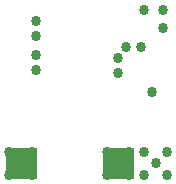
<source format=gbs>
G75*
%MOIN*%
%OFA0B0*%
%FSLAX25Y25*%
%IPPOS*%
%LPD*%
%AMOC8*
5,1,8,0,0,1.08239X$1,22.5*
%
%ADD10C,0.00300*%
%ADD11C,0.03378*%
D10*
X0004064Y0003800D02*
X0004064Y0013800D01*
X0014064Y0013800D01*
X0014064Y0003800D01*
X0004064Y0003800D01*
X0004064Y0003987D02*
X0014064Y0003987D01*
X0014064Y0004285D02*
X0004064Y0004285D01*
X0004064Y0004584D02*
X0014064Y0004584D01*
X0014064Y0004882D02*
X0004064Y0004882D01*
X0004064Y0005181D02*
X0014064Y0005181D01*
X0014064Y0005479D02*
X0004064Y0005479D01*
X0004064Y0005778D02*
X0014064Y0005778D01*
X0014064Y0006076D02*
X0004064Y0006076D01*
X0004064Y0006375D02*
X0014064Y0006375D01*
X0014064Y0006673D02*
X0004064Y0006673D01*
X0004064Y0006972D02*
X0014064Y0006972D01*
X0014064Y0007270D02*
X0004064Y0007270D01*
X0004064Y0007569D02*
X0014064Y0007569D01*
X0014064Y0007867D02*
X0004064Y0007867D01*
X0004064Y0008166D02*
X0014064Y0008166D01*
X0014064Y0008464D02*
X0004064Y0008464D01*
X0004064Y0008763D02*
X0014064Y0008763D01*
X0014064Y0009061D02*
X0004064Y0009061D01*
X0004064Y0009360D02*
X0014064Y0009360D01*
X0014064Y0009658D02*
X0004064Y0009658D01*
X0004064Y0009957D02*
X0014064Y0009957D01*
X0014064Y0010255D02*
X0004064Y0010255D01*
X0004064Y0010554D02*
X0014064Y0010554D01*
X0014064Y0010852D02*
X0004064Y0010852D01*
X0004064Y0011151D02*
X0014064Y0011151D01*
X0014064Y0011449D02*
X0004064Y0011449D01*
X0004064Y0011748D02*
X0014064Y0011748D01*
X0014064Y0012046D02*
X0004064Y0012046D01*
X0004064Y0012345D02*
X0014064Y0012345D01*
X0014064Y0012643D02*
X0004064Y0012643D01*
X0004064Y0012942D02*
X0014064Y0012942D01*
X0014064Y0013240D02*
X0004064Y0013240D01*
X0004064Y0013539D02*
X0014064Y0013539D01*
X0036564Y0013539D02*
X0046564Y0013539D01*
X0046564Y0013800D02*
X0046564Y0003800D01*
X0036564Y0003800D01*
X0036564Y0013800D01*
X0046564Y0013800D01*
X0046564Y0013240D02*
X0036564Y0013240D01*
X0036564Y0012942D02*
X0046564Y0012942D01*
X0046564Y0012643D02*
X0036564Y0012643D01*
X0036564Y0012345D02*
X0046564Y0012345D01*
X0046564Y0012046D02*
X0036564Y0012046D01*
X0036564Y0011748D02*
X0046564Y0011748D01*
X0046564Y0011449D02*
X0036564Y0011449D01*
X0036564Y0011151D02*
X0046564Y0011151D01*
X0046564Y0010852D02*
X0036564Y0010852D01*
X0036564Y0010554D02*
X0046564Y0010554D01*
X0046564Y0010255D02*
X0036564Y0010255D01*
X0036564Y0009957D02*
X0046564Y0009957D01*
X0046564Y0009658D02*
X0036564Y0009658D01*
X0036564Y0009360D02*
X0046564Y0009360D01*
X0046564Y0009061D02*
X0036564Y0009061D01*
X0036564Y0008763D02*
X0046564Y0008763D01*
X0046564Y0008464D02*
X0036564Y0008464D01*
X0036564Y0008166D02*
X0046564Y0008166D01*
X0046564Y0007867D02*
X0036564Y0007867D01*
X0036564Y0007569D02*
X0046564Y0007569D01*
X0046564Y0007270D02*
X0036564Y0007270D01*
X0036564Y0006972D02*
X0046564Y0006972D01*
X0046564Y0006673D02*
X0036564Y0006673D01*
X0036564Y0006375D02*
X0046564Y0006375D01*
X0046564Y0006076D02*
X0036564Y0006076D01*
X0036564Y0005778D02*
X0046564Y0005778D01*
X0046564Y0005479D02*
X0036564Y0005479D01*
X0036564Y0005181D02*
X0046564Y0005181D01*
X0046564Y0004882D02*
X0036564Y0004882D01*
X0036564Y0004584D02*
X0046564Y0004584D01*
X0046564Y0004285D02*
X0036564Y0004285D01*
X0036564Y0003987D02*
X0046564Y0003987D01*
D11*
X0045314Y0005050D03*
X0041564Y0008800D03*
X0045314Y0012550D03*
X0050314Y0012550D03*
X0054064Y0008800D03*
X0057814Y0005050D03*
X0057814Y0012550D03*
X0050314Y0005050D03*
X0037814Y0005050D03*
X0037814Y0012550D03*
X0052814Y0032550D03*
X0041564Y0038800D03*
X0041564Y0043800D03*
X0044064Y0047550D03*
X0049064Y0047550D03*
X0056564Y0053800D03*
X0056564Y0060050D03*
X0050314Y0060050D03*
X0014064Y0056300D03*
X0014064Y0051300D03*
X0014064Y0045050D03*
X0014064Y0040050D03*
X0012814Y0012550D03*
X0009064Y0008800D03*
X0012814Y0005050D03*
X0005314Y0005050D03*
X0005314Y0012550D03*
M02*

</source>
